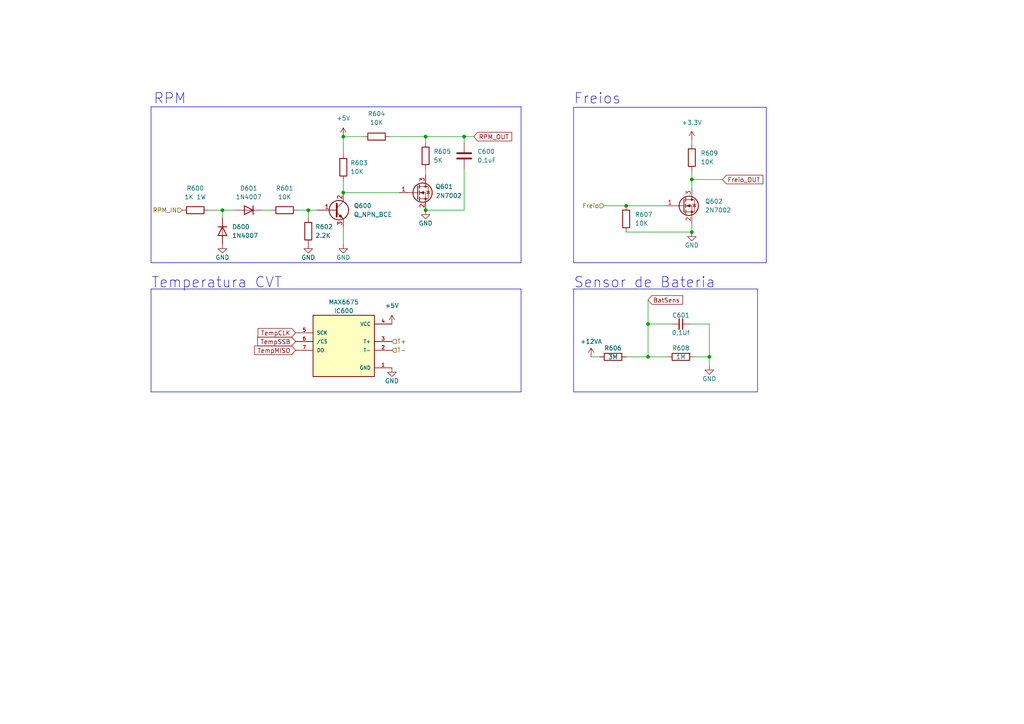
<source format=kicad_sch>
(kicad_sch (version 20230121) (generator eeschema)

  (uuid 13e533c1-5dc3-4171-958c-0b32ebb7dc7f)

  (paper "A4")

  (lib_symbols
    (symbol "Device:C" (pin_numbers hide) (pin_names (offset 0.254)) (in_bom yes) (on_board yes)
      (property "Reference" "C" (at 0.635 2.54 0)
        (effects (font (size 1.27 1.27)) (justify left))
      )
      (property "Value" "C" (at 0.635 -2.54 0)
        (effects (font (size 1.27 1.27)) (justify left))
      )
      (property "Footprint" "" (at 0.9652 -3.81 0)
        (effects (font (size 1.27 1.27)) hide)
      )
      (property "Datasheet" "~" (at 0 0 0)
        (effects (font (size 1.27 1.27)) hide)
      )
      (property "ki_keywords" "cap capacitor" (at 0 0 0)
        (effects (font (size 1.27 1.27)) hide)
      )
      (property "ki_description" "Unpolarized capacitor" (at 0 0 0)
        (effects (font (size 1.27 1.27)) hide)
      )
      (property "ki_fp_filters" "C_*" (at 0 0 0)
        (effects (font (size 1.27 1.27)) hide)
      )
      (symbol "C_0_1"
        (polyline
          (pts
            (xy -2.032 -0.762)
            (xy 2.032 -0.762)
          )
          (stroke (width 0.508) (type default))
          (fill (type none))
        )
        (polyline
          (pts
            (xy -2.032 0.762)
            (xy 2.032 0.762)
          )
          (stroke (width 0.508) (type default))
          (fill (type none))
        )
      )
      (symbol "C_1_1"
        (pin passive line (at 0 3.81 270) (length 2.794)
          (name "~" (effects (font (size 1.27 1.27))))
          (number "1" (effects (font (size 1.27 1.27))))
        )
        (pin passive line (at 0 -3.81 90) (length 2.794)
          (name "~" (effects (font (size 1.27 1.27))))
          (number "2" (effects (font (size 1.27 1.27))))
        )
      )
    )
    (symbol "Device:C_Small" (pin_numbers hide) (pin_names (offset 0.254) hide) (in_bom yes) (on_board yes)
      (property "Reference" "C" (at 0.254 1.778 0)
        (effects (font (size 1.27 1.27)) (justify left))
      )
      (property "Value" "C_Small" (at 0.254 -2.032 0)
        (effects (font (size 1.27 1.27)) (justify left))
      )
      (property "Footprint" "" (at 0 0 0)
        (effects (font (size 1.27 1.27)) hide)
      )
      (property "Datasheet" "~" (at 0 0 0)
        (effects (font (size 1.27 1.27)) hide)
      )
      (property "ki_keywords" "capacitor cap" (at 0 0 0)
        (effects (font (size 1.27 1.27)) hide)
      )
      (property "ki_description" "Unpolarized capacitor, small symbol" (at 0 0 0)
        (effects (font (size 1.27 1.27)) hide)
      )
      (property "ki_fp_filters" "C_*" (at 0 0 0)
        (effects (font (size 1.27 1.27)) hide)
      )
      (symbol "C_Small_0_1"
        (polyline
          (pts
            (xy -1.524 -0.508)
            (xy 1.524 -0.508)
          )
          (stroke (width 0.3302) (type default))
          (fill (type none))
        )
        (polyline
          (pts
            (xy -1.524 0.508)
            (xy 1.524 0.508)
          )
          (stroke (width 0.3048) (type default))
          (fill (type none))
        )
      )
      (symbol "C_Small_1_1"
        (pin passive line (at 0 2.54 270) (length 2.032)
          (name "~" (effects (font (size 1.27 1.27))))
          (number "1" (effects (font (size 1.27 1.27))))
        )
        (pin passive line (at 0 -2.54 90) (length 2.032)
          (name "~" (effects (font (size 1.27 1.27))))
          (number "2" (effects (font (size 1.27 1.27))))
        )
      )
    )
    (symbol "Device:Q_NPN_BCE" (pin_names (offset 0) hide) (in_bom yes) (on_board yes)
      (property "Reference" "Q" (at 5.08 1.27 0)
        (effects (font (size 1.27 1.27)) (justify left))
      )
      (property "Value" "Q_NPN_BCE" (at 5.08 -1.27 0)
        (effects (font (size 1.27 1.27)) (justify left))
      )
      (property "Footprint" "" (at 5.08 2.54 0)
        (effects (font (size 1.27 1.27)) hide)
      )
      (property "Datasheet" "~" (at 0 0 0)
        (effects (font (size 1.27 1.27)) hide)
      )
      (property "ki_keywords" "transistor NPN" (at 0 0 0)
        (effects (font (size 1.27 1.27)) hide)
      )
      (property "ki_description" "NPN transistor, base/collector/emitter" (at 0 0 0)
        (effects (font (size 1.27 1.27)) hide)
      )
      (symbol "Q_NPN_BCE_0_1"
        (polyline
          (pts
            (xy 0.635 0.635)
            (xy 2.54 2.54)
          )
          (stroke (width 0) (type default))
          (fill (type none))
        )
        (polyline
          (pts
            (xy 0.635 -0.635)
            (xy 2.54 -2.54)
            (xy 2.54 -2.54)
          )
          (stroke (width 0) (type default))
          (fill (type none))
        )
        (polyline
          (pts
            (xy 0.635 1.905)
            (xy 0.635 -1.905)
            (xy 0.635 -1.905)
          )
          (stroke (width 0.508) (type default))
          (fill (type none))
        )
        (polyline
          (pts
            (xy 1.27 -1.778)
            (xy 1.778 -1.27)
            (xy 2.286 -2.286)
            (xy 1.27 -1.778)
            (xy 1.27 -1.778)
          )
          (stroke (width 0) (type default))
          (fill (type outline))
        )
        (circle (center 1.27 0) (radius 2.8194)
          (stroke (width 0.254) (type default))
          (fill (type none))
        )
      )
      (symbol "Q_NPN_BCE_1_1"
        (pin input line (at -5.08 0 0) (length 5.715)
          (name "B" (effects (font (size 1.27 1.27))))
          (number "1" (effects (font (size 1.27 1.27))))
        )
        (pin passive line (at 2.54 5.08 270) (length 2.54)
          (name "C" (effects (font (size 1.27 1.27))))
          (number "2" (effects (font (size 1.27 1.27))))
        )
        (pin passive line (at 2.54 -5.08 90) (length 2.54)
          (name "E" (effects (font (size 1.27 1.27))))
          (number "3" (effects (font (size 1.27 1.27))))
        )
      )
    )
    (symbol "Device:R" (pin_numbers hide) (pin_names (offset 0)) (in_bom yes) (on_board yes)
      (property "Reference" "R" (at 2.032 0 90)
        (effects (font (size 1.27 1.27)))
      )
      (property "Value" "R" (at 0 0 90)
        (effects (font (size 1.27 1.27)))
      )
      (property "Footprint" "" (at -1.778 0 90)
        (effects (font (size 1.27 1.27)) hide)
      )
      (property "Datasheet" "~" (at 0 0 0)
        (effects (font (size 1.27 1.27)) hide)
      )
      (property "ki_keywords" "R res resistor" (at 0 0 0)
        (effects (font (size 1.27 1.27)) hide)
      )
      (property "ki_description" "Resistor" (at 0 0 0)
        (effects (font (size 1.27 1.27)) hide)
      )
      (property "ki_fp_filters" "R_*" (at 0 0 0)
        (effects (font (size 1.27 1.27)) hide)
      )
      (symbol "R_0_1"
        (rectangle (start -1.016 -2.54) (end 1.016 2.54)
          (stroke (width 0.254) (type default))
          (fill (type none))
        )
      )
      (symbol "R_1_1"
        (pin passive line (at 0 3.81 270) (length 1.27)
          (name "~" (effects (font (size 1.27 1.27))))
          (number "1" (effects (font (size 1.27 1.27))))
        )
        (pin passive line (at 0 -3.81 90) (length 1.27)
          (name "~" (effects (font (size 1.27 1.27))))
          (number "2" (effects (font (size 1.27 1.27))))
        )
      )
    )
    (symbol "Diode:1N4007" (pin_numbers hide) (pin_names (offset 1.016) hide) (in_bom yes) (on_board yes)
      (property "Reference" "D" (at 0 2.54 0)
        (effects (font (size 1.27 1.27)))
      )
      (property "Value" "1N4007" (at 0 -2.54 0)
        (effects (font (size 1.27 1.27)))
      )
      (property "Footprint" "Diode_THT:D_DO-41_SOD81_P10.16mm_Horizontal" (at 0 -4.445 0)
        (effects (font (size 1.27 1.27)) hide)
      )
      (property "Datasheet" "http://www.vishay.com/docs/88503/1n4001.pdf" (at 0 0 0)
        (effects (font (size 1.27 1.27)) hide)
      )
      (property "ki_keywords" "diode" (at 0 0 0)
        (effects (font (size 1.27 1.27)) hide)
      )
      (property "ki_description" "1000V 1A General Purpose Rectifier Diode, DO-41" (at 0 0 0)
        (effects (font (size 1.27 1.27)) hide)
      )
      (property "ki_fp_filters" "D*DO?41*" (at 0 0 0)
        (effects (font (size 1.27 1.27)) hide)
      )
      (symbol "1N4007_0_1"
        (polyline
          (pts
            (xy -1.27 1.27)
            (xy -1.27 -1.27)
          )
          (stroke (width 0.254) (type default))
          (fill (type none))
        )
        (polyline
          (pts
            (xy 1.27 0)
            (xy -1.27 0)
          )
          (stroke (width 0) (type default))
          (fill (type none))
        )
        (polyline
          (pts
            (xy 1.27 1.27)
            (xy 1.27 -1.27)
            (xy -1.27 0)
            (xy 1.27 1.27)
          )
          (stroke (width 0.254) (type default))
          (fill (type none))
        )
      )
      (symbol "1N4007_1_1"
        (pin passive line (at -3.81 0 0) (length 2.54)
          (name "K" (effects (font (size 1.27 1.27))))
          (number "1" (effects (font (size 1.27 1.27))))
        )
        (pin passive line (at 3.81 0 180) (length 2.54)
          (name "A" (effects (font (size 1.27 1.27))))
          (number "2" (effects (font (size 1.27 1.27))))
        )
      )
    )
    (symbol "MAX6675:MAX6675" (pin_names (offset 1.016)) (in_bom yes) (on_board yes)
      (property "Reference" "IC" (at 10.16 7.62 0)
        (effects (font (size 1.27 1.27)) (justify left bottom))
      )
      (property "Value" "MAX6675" (at -7.62 -15.24 0)
        (effects (font (size 1.27 1.27)) (justify left bottom))
      )
      (property "Footprint" "SnapEDA Library:SO08" (at 0 0 0)
        (effects (font (size 1.27 1.27)) (justify left bottom) hide)
      )
      (property "Datasheet" "" (at 0 0 0)
        (effects (font (size 1.27 1.27)) (justify left bottom) hide)
      )
      (property "ki_locked" "" (at 0 0 0)
        (effects (font (size 1.27 1.27)))
      )
      (symbol "MAX6675_0_0"
        (rectangle (start -7.62 -12.7) (end 10.16 5.08)
          (stroke (width 0.254) (type solid))
          (fill (type background))
        )
        (pin power_in line (at -12.7 2.54 0) (length 5.08)
          (name "GND" (effects (font (size 1.016 1.016))))
          (number "1" (effects (font (size 1.016 1.016))))
        )
        (pin input line (at -12.7 -2.54 0) (length 5.08)
          (name "T-" (effects (font (size 1.016 1.016))))
          (number "2" (effects (font (size 1.016 1.016))))
        )
        (pin input line (at -12.7 -5.08 0) (length 5.08)
          (name "T+" (effects (font (size 1.016 1.016))))
          (number "3" (effects (font (size 1.016 1.016))))
        )
        (pin power_in line (at -12.7 -10.16 0) (length 5.08)
          (name "VCC" (effects (font (size 1.016 1.016))))
          (number "4" (effects (font (size 1.016 1.016))))
        )
        (pin input line (at 15.24 -7.62 180) (length 5.08)
          (name "SCK" (effects (font (size 1.016 1.016))))
          (number "5" (effects (font (size 1.016 1.016))))
        )
        (pin input line (at 15.24 -5.08 180) (length 5.08)
          (name "/CS" (effects (font (size 1.016 1.016))))
          (number "6" (effects (font (size 1.016 1.016))))
        )
        (pin output line (at 15.24 -2.54 180) (length 5.08)
          (name "DO" (effects (font (size 1.016 1.016))))
          (number "7" (effects (font (size 1.016 1.016))))
        )
      )
    )
    (symbol "Transistor_FET:2N7002" (pin_names hide) (in_bom yes) (on_board yes)
      (property "Reference" "Q" (at 5.08 1.905 0)
        (effects (font (size 1.27 1.27)) (justify left))
      )
      (property "Value" "2N7002" (at 5.08 0 0)
        (effects (font (size 1.27 1.27)) (justify left))
      )
      (property "Footprint" "Package_TO_SOT_SMD:SOT-23" (at 5.08 -1.905 0)
        (effects (font (size 1.27 1.27) italic) (justify left) hide)
      )
      (property "Datasheet" "https://www.onsemi.com/pub/Collateral/NDS7002A-D.PDF" (at 0 0 0)
        (effects (font (size 1.27 1.27)) (justify left) hide)
      )
      (property "ki_keywords" "N-Channel Switching MOSFET" (at 0 0 0)
        (effects (font (size 1.27 1.27)) hide)
      )
      (property "ki_description" "0.115A Id, 60V Vds, N-Channel MOSFET, SOT-23" (at 0 0 0)
        (effects (font (size 1.27 1.27)) hide)
      )
      (property "ki_fp_filters" "SOT?23*" (at 0 0 0)
        (effects (font (size 1.27 1.27)) hide)
      )
      (symbol "2N7002_0_1"
        (polyline
          (pts
            (xy 0.254 0)
            (xy -2.54 0)
          )
          (stroke (width 0) (type default))
          (fill (type none))
        )
        (polyline
          (pts
            (xy 0.254 1.905)
            (xy 0.254 -1.905)
          )
          (stroke (width 0.254) (type default))
          (fill (type none))
        )
        (polyline
          (pts
            (xy 0.762 -1.27)
            (xy 0.762 -2.286)
          )
          (stroke (width 0.254) (type default))
          (fill (type none))
        )
        (polyline
          (pts
            (xy 0.762 0.508)
            (xy 0.762 -0.508)
          )
          (stroke (width 0.254) (type default))
          (fill (type none))
        )
        (polyline
          (pts
            (xy 0.762 2.286)
            (xy 0.762 1.27)
          )
          (stroke (width 0.254) (type default))
          (fill (type none))
        )
        (polyline
          (pts
            (xy 2.54 2.54)
            (xy 2.54 1.778)
          )
          (stroke (width 0) (type default))
          (fill (type none))
        )
        (polyline
          (pts
            (xy 2.54 -2.54)
            (xy 2.54 0)
            (xy 0.762 0)
          )
          (stroke (width 0) (type default))
          (fill (type none))
        )
        (polyline
          (pts
            (xy 0.762 -1.778)
            (xy 3.302 -1.778)
            (xy 3.302 1.778)
            (xy 0.762 1.778)
          )
          (stroke (width 0) (type default))
          (fill (type none))
        )
        (polyline
          (pts
            (xy 1.016 0)
            (xy 2.032 0.381)
            (xy 2.032 -0.381)
            (xy 1.016 0)
          )
          (stroke (width 0) (type default))
          (fill (type outline))
        )
        (polyline
          (pts
            (xy 2.794 0.508)
            (xy 2.921 0.381)
            (xy 3.683 0.381)
            (xy 3.81 0.254)
          )
          (stroke (width 0) (type default))
          (fill (type none))
        )
        (polyline
          (pts
            (xy 3.302 0.381)
            (xy 2.921 -0.254)
            (xy 3.683 -0.254)
            (xy 3.302 0.381)
          )
          (stroke (width 0) (type default))
          (fill (type none))
        )
        (circle (center 1.651 0) (radius 2.794)
          (stroke (width 0.254) (type default))
          (fill (type none))
        )
        (circle (center 2.54 -1.778) (radius 0.254)
          (stroke (width 0) (type default))
          (fill (type outline))
        )
        (circle (center 2.54 1.778) (radius 0.254)
          (stroke (width 0) (type default))
          (fill (type outline))
        )
      )
      (symbol "2N7002_1_1"
        (pin input line (at -5.08 0 0) (length 2.54)
          (name "G" (effects (font (size 1.27 1.27))))
          (number "1" (effects (font (size 1.27 1.27))))
        )
        (pin passive line (at 2.54 -5.08 90) (length 2.54)
          (name "S" (effects (font (size 1.27 1.27))))
          (number "2" (effects (font (size 1.27 1.27))))
        )
        (pin passive line (at 2.54 5.08 270) (length 2.54)
          (name "D" (effects (font (size 1.27 1.27))))
          (number "3" (effects (font (size 1.27 1.27))))
        )
      )
    )
    (symbol "power:+12VA" (power) (pin_names (offset 0)) (in_bom yes) (on_board yes)
      (property "Reference" "#PWR" (at 0 -3.81 0)
        (effects (font (size 1.27 1.27)) hide)
      )
      (property "Value" "+12VA" (at 0 3.556 0)
        (effects (font (size 1.27 1.27)))
      )
      (property "Footprint" "" (at 0 0 0)
        (effects (font (size 1.27 1.27)) hide)
      )
      (property "Datasheet" "" (at 0 0 0)
        (effects (font (size 1.27 1.27)) hide)
      )
      (property "ki_keywords" "global power" (at 0 0 0)
        (effects (font (size 1.27 1.27)) hide)
      )
      (property "ki_description" "Power symbol creates a global label with name \"+12VA\"" (at 0 0 0)
        (effects (font (size 1.27 1.27)) hide)
      )
      (symbol "+12VA_0_1"
        (polyline
          (pts
            (xy -0.762 1.27)
            (xy 0 2.54)
          )
          (stroke (width 0) (type default))
          (fill (type none))
        )
        (polyline
          (pts
            (xy 0 0)
            (xy 0 2.54)
          )
          (stroke (width 0) (type default))
          (fill (type none))
        )
        (polyline
          (pts
            (xy 0 2.54)
            (xy 0.762 1.27)
          )
          (stroke (width 0) (type default))
          (fill (type none))
        )
      )
      (symbol "+12VA_1_1"
        (pin power_in line (at 0 0 90) (length 0) hide
          (name "+12VA" (effects (font (size 1.27 1.27))))
          (number "1" (effects (font (size 1.27 1.27))))
        )
      )
    )
    (symbol "power:+3.3V" (power) (pin_names (offset 0)) (in_bom yes) (on_board yes)
      (property "Reference" "#PWR" (at 0 -3.81 0)
        (effects (font (size 1.27 1.27)) hide)
      )
      (property "Value" "+3.3V" (at 0 3.556 0)
        (effects (font (size 1.27 1.27)))
      )
      (property "Footprint" "" (at 0 0 0)
        (effects (font (size 1.27 1.27)) hide)
      )
      (property "Datasheet" "" (at 0 0 0)
        (effects (font (size 1.27 1.27)) hide)
      )
      (property "ki_keywords" "power-flag" (at 0 0 0)
        (effects (font (size 1.27 1.27)) hide)
      )
      (property "ki_description" "Power symbol creates a global label with name \"+3.3V\"" (at 0 0 0)
        (effects (font (size 1.27 1.27)) hide)
      )
      (symbol "+3.3V_0_1"
        (polyline
          (pts
            (xy -0.762 1.27)
            (xy 0 2.54)
          )
          (stroke (width 0) (type default))
          (fill (type none))
        )
        (polyline
          (pts
            (xy 0 0)
            (xy 0 2.54)
          )
          (stroke (width 0) (type default))
          (fill (type none))
        )
        (polyline
          (pts
            (xy 0 2.54)
            (xy 0.762 1.27)
          )
          (stroke (width 0) (type default))
          (fill (type none))
        )
      )
      (symbol "+3.3V_1_1"
        (pin power_in line (at 0 0 90) (length 0) hide
          (name "+3.3V" (effects (font (size 1.27 1.27))))
          (number "1" (effects (font (size 1.27 1.27))))
        )
      )
    )
    (symbol "power:+5V" (power) (pin_names (offset 0)) (in_bom yes) (on_board yes)
      (property "Reference" "#PWR" (at 0 -3.81 0)
        (effects (font (size 1.27 1.27)) hide)
      )
      (property "Value" "+5V" (at 0 3.556 0)
        (effects (font (size 1.27 1.27)))
      )
      (property "Footprint" "" (at 0 0 0)
        (effects (font (size 1.27 1.27)) hide)
      )
      (property "Datasheet" "" (at 0 0 0)
        (effects (font (size 1.27 1.27)) hide)
      )
      (property "ki_keywords" "power-flag" (at 0 0 0)
        (effects (font (size 1.27 1.27)) hide)
      )
      (property "ki_description" "Power symbol creates a global label with name \"+5V\"" (at 0 0 0)
        (effects (font (size 1.27 1.27)) hide)
      )
      (symbol "+5V_0_1"
        (polyline
          (pts
            (xy -0.762 1.27)
            (xy 0 2.54)
          )
          (stroke (width 0) (type default))
          (fill (type none))
        )
        (polyline
          (pts
            (xy 0 0)
            (xy 0 2.54)
          )
          (stroke (width 0) (type default))
          (fill (type none))
        )
        (polyline
          (pts
            (xy 0 2.54)
            (xy 0.762 1.27)
          )
          (stroke (width 0) (type default))
          (fill (type none))
        )
      )
      (symbol "+5V_1_1"
        (pin power_in line (at 0 0 90) (length 0) hide
          (name "+5V" (effects (font (size 1.27 1.27))))
          (number "1" (effects (font (size 1.27 1.27))))
        )
      )
    )
    (symbol "power:GND" (power) (pin_names (offset 0)) (in_bom yes) (on_board yes)
      (property "Reference" "#PWR" (at 0 -6.35 0)
        (effects (font (size 1.27 1.27)) hide)
      )
      (property "Value" "GND" (at 0 -3.81 0)
        (effects (font (size 1.27 1.27)))
      )
      (property "Footprint" "" (at 0 0 0)
        (effects (font (size 1.27 1.27)) hide)
      )
      (property "Datasheet" "" (at 0 0 0)
        (effects (font (size 1.27 1.27)) hide)
      )
      (property "ki_keywords" "power-flag" (at 0 0 0)
        (effects (font (size 1.27 1.27)) hide)
      )
      (property "ki_description" "Power symbol creates a global label with name \"GND\" , ground" (at 0 0 0)
        (effects (font (size 1.27 1.27)) hide)
      )
      (symbol "GND_0_1"
        (polyline
          (pts
            (xy 0 0)
            (xy 0 -1.27)
            (xy 1.27 -1.27)
            (xy 0 -2.54)
            (xy -1.27 -1.27)
            (xy 0 -1.27)
          )
          (stroke (width 0) (type default))
          (fill (type none))
        )
      )
      (symbol "GND_1_1"
        (pin power_in line (at 0 0 270) (length 0) hide
          (name "GND" (effects (font (size 1.27 1.27))))
          (number "1" (effects (font (size 1.27 1.27))))
        )
      )
    )
  )

  (junction (at 187.96 93.98) (diameter 0) (color 0 0 0 0)
    (uuid 01355b84-a6a7-41b8-b2e4-867bee3174bb)
  )
  (junction (at 89.408 60.96) (diameter 0) (color 0 0 0 0)
    (uuid 023522fc-53b7-4f93-be06-e8ad57f72441)
  )
  (junction (at 123.444 60.96) (diameter 0) (color 0 0 0 0)
    (uuid 055daf18-522c-47cd-8a87-7f230bb77853)
  )
  (junction (at 181.61 59.69) (diameter 0) (color 0 0 0 0)
    (uuid 084e8711-826e-4e3c-9774-ad043bf74117)
  )
  (junction (at 123.444 39.624) (diameter 0) (color 0 0 0 0)
    (uuid 148175a3-6cba-467b-bad5-978e3e2abe72)
  )
  (junction (at 205.74 103.505) (diameter 0) (color 0 0 0 0)
    (uuid 32899cc5-5e7c-41d2-88b1-02a75c5752d2)
  )
  (junction (at 99.568 55.88) (diameter 0) (color 0 0 0 0)
    (uuid 827e88db-ac7a-4382-9b71-f699ba232944)
  )
  (junction (at 200.66 67.31) (diameter 0) (color 0 0 0 0)
    (uuid 96bd53d6-d71c-4a48-a1a0-536253af218c)
  )
  (junction (at 64.516 60.96) (diameter 0) (color 0 0 0 0)
    (uuid 9d30239d-a504-4ac7-8644-9057003e8244)
  )
  (junction (at 200.66 52.07) (diameter 0) (color 0 0 0 0)
    (uuid a6d88304-f17e-4e0a-a604-4b117b4d79ad)
  )
  (junction (at 99.568 39.624) (diameter 0) (color 0 0 0 0)
    (uuid d5f5dbaa-fcfd-4ade-8ceb-ce440573172f)
  )
  (junction (at 134.62 39.624) (diameter 0) (color 0 0 0 0)
    (uuid fc0f5f31-aaf3-4ba1-b053-5715931f4e01)
  )
  (junction (at 187.96 103.505) (diameter 0) (color 0 0 0 0)
    (uuid fcd101fe-9bce-4a87-acae-54e28f2c22ba)
  )

  (polyline (pts (xy 43.815 113.665) (xy 43.815 83.82))
    (stroke (width 0) (type default))
    (uuid 02d411af-e40c-4a36-91d1-b660e139da69)
  )

  (wire (pts (xy 171.45 103.505) (xy 173.99 103.505))
    (stroke (width 0) (type default))
    (uuid 03e9f583-7c0d-4de7-adcb-69d51b9aec58)
  )
  (polyline (pts (xy 222.25 31.115) (xy 222.25 76.2))
    (stroke (width 0) (type default))
    (uuid 0b10deb3-f894-4cf8-b03b-cfc9bbbb252b)
  )
  (polyline (pts (xy 151.13 113.665) (xy 43.815 113.665))
    (stroke (width 0) (type default))
    (uuid 103f2968-6877-4bb4-a4f2-46db1a3d6b90)
  )

  (wire (pts (xy 105.41 39.624) (xy 99.568 39.624))
    (stroke (width 0) (type default))
    (uuid 141a03e1-3e1a-46a9-9c4d-0c4baa4095e5)
  )
  (wire (pts (xy 64.516 63.246) (xy 64.516 60.96))
    (stroke (width 0) (type default))
    (uuid 14af54ca-c12f-40de-829f-a5b14a0c1898)
  )
  (polyline (pts (xy 43.815 76.2) (xy 151.13 76.2))
    (stroke (width 0) (type default))
    (uuid 1ee10da1-2771-4e25-abc9-3209e0058b6a)
  )

  (wire (pts (xy 201.295 103.505) (xy 205.74 103.505))
    (stroke (width 0) (type default))
    (uuid 283fddc7-3b7d-4110-a0cb-aaef02f8813a)
  )
  (wire (pts (xy 200.66 52.07) (xy 209.55 52.07))
    (stroke (width 0) (type default))
    (uuid 353b924c-ab6e-4d3f-8a8d-92d392c644c7)
  )
  (wire (pts (xy 134.62 39.624) (xy 137.414 39.624))
    (stroke (width 0) (type default))
    (uuid 3911f429-c14b-4cdc-9055-0f8d03e79d1a)
  )
  (wire (pts (xy 181.61 103.505) (xy 187.96 103.505))
    (stroke (width 0) (type default))
    (uuid 4095a42f-2893-46e3-8bde-af4ecbd4e64d)
  )
  (wire (pts (xy 64.516 60.96) (xy 68.326 60.96))
    (stroke (width 0) (type default))
    (uuid 463144eb-dd3f-4340-8d45-a959336b3991)
  )
  (polyline (pts (xy 166.37 31.115) (xy 222.25 31.115))
    (stroke (width 0) (type default))
    (uuid 4682ccf4-6527-4add-ad9d-41f7060feef5)
  )
  (polyline (pts (xy 166.37 83.82) (xy 219.71 83.82))
    (stroke (width 0) (type default))
    (uuid 4b53a431-7a9a-4c12-9886-a0cde5c5db61)
  )

  (wire (pts (xy 187.96 103.505) (xy 193.675 103.505))
    (stroke (width 0) (type default))
    (uuid 4c77f82b-6a82-4edd-9557-b77884f6e244)
  )
  (wire (pts (xy 200.025 93.98) (xy 205.74 93.98))
    (stroke (width 0) (type default))
    (uuid 5222d952-4077-4815-a3ca-d95689ca8efb)
  )
  (wire (pts (xy 200.66 40.64) (xy 200.66 41.91))
    (stroke (width 0) (type default))
    (uuid 55702a2d-d82e-4d90-9337-1d416fd722e6)
  )
  (wire (pts (xy 175.26 59.69) (xy 181.61 59.69))
    (stroke (width 0) (type default))
    (uuid 560d876b-267b-4616-982c-1942273c664a)
  )
  (polyline (pts (xy 151.13 83.82) (xy 151.13 113.665))
    (stroke (width 0) (type default))
    (uuid 5783fcf1-a24b-4fac-94c5-401196697f15)
  )
  (polyline (pts (xy 166.37 76.2) (xy 222.25 76.2))
    (stroke (width 0) (type default))
    (uuid 5d3020eb-44df-4cd1-b442-0877e4141b2b)
  )

  (wire (pts (xy 187.96 93.98) (xy 194.945 93.98))
    (stroke (width 0) (type default))
    (uuid 6859389f-5fbe-4693-bfed-d8ac943a3053)
  )
  (wire (pts (xy 123.444 60.96) (xy 134.62 60.96))
    (stroke (width 0) (type default))
    (uuid 7260d918-457b-4f55-98cb-82ca96bab7ca)
  )
  (polyline (pts (xy 43.815 83.82) (xy 151.13 83.82))
    (stroke (width 0) (type default))
    (uuid 7690d971-9538-4dcc-9b98-398f3e63e75a)
  )
  (polyline (pts (xy 151.13 30.988) (xy 151.13 76.2))
    (stroke (width 0) (type default))
    (uuid 820ed519-8e75-4fc7-a053-ef45219b3cd7)
  )

  (wire (pts (xy 181.61 67.31) (xy 200.66 67.31))
    (stroke (width 0) (type default))
    (uuid 84d24918-49ae-47ac-84e2-84f24786e1e3)
  )
  (wire (pts (xy 200.66 49.53) (xy 200.66 52.07))
    (stroke (width 0) (type default))
    (uuid 868d5b22-8a3c-4175-855e-a0b3acedb826)
  )
  (polyline (pts (xy 166.37 83.82) (xy 166.37 113.665))
    (stroke (width 0) (type default))
    (uuid 892c0146-6555-4e30-a895-69f5aab84544)
  )

  (wire (pts (xy 123.444 39.624) (xy 134.62 39.624))
    (stroke (width 0) (type default))
    (uuid 8eb85df3-d5ea-4f36-bbe3-243c94e90445)
  )
  (wire (pts (xy 181.61 59.69) (xy 193.04 59.69))
    (stroke (width 0) (type default))
    (uuid 8f14f747-66af-4457-8d25-9a48909e1d14)
  )
  (wire (pts (xy 134.62 39.624) (xy 134.62 41.402))
    (stroke (width 0) (type default))
    (uuid 90546f56-707b-4404-8edd-35d1bbfb6131)
  )
  (wire (pts (xy 99.568 55.88) (xy 115.824 55.88))
    (stroke (width 0) (type default))
    (uuid 973e6d3f-65d4-499a-9621-953bda5c5895)
  )
  (wire (pts (xy 99.568 52.324) (xy 99.568 55.88))
    (stroke (width 0) (type default))
    (uuid 978cec70-87c2-4ab7-bad6-ac5e3d5bb1a0)
  )
  (wire (pts (xy 200.66 52.07) (xy 200.66 54.61))
    (stroke (width 0) (type default))
    (uuid 991d3438-591f-47dc-b46e-8dac2c442c9c)
  )
  (wire (pts (xy 205.74 103.505) (xy 205.74 106.045))
    (stroke (width 0) (type default))
    (uuid 99e5d163-ee4d-4768-952b-5f9f49e3349c)
  )
  (wire (pts (xy 205.74 93.98) (xy 205.74 103.505))
    (stroke (width 0) (type default))
    (uuid 9be2f9bb-a344-481b-a1ce-51558aa5a4f0)
  )
  (polyline (pts (xy 43.815 30.988) (xy 151.13 30.988))
    (stroke (width 0) (type default))
    (uuid 9e705e4e-4279-4e15-9945-0aa66830adee)
  )

  (wire (pts (xy 60.452 60.96) (xy 64.516 60.96))
    (stroke (width 0) (type default))
    (uuid a7ddadaa-7a3e-48cb-b482-44f38c3fcdce)
  )
  (wire (pts (xy 200.66 67.31) (xy 200.66 64.77))
    (stroke (width 0) (type default))
    (uuid b2929184-d7b7-4106-b17d-33f8e7da4675)
  )
  (polyline (pts (xy 166.37 76.2) (xy 166.37 31.115))
    (stroke (width 0) (type default))
    (uuid bb7157a3-50db-4867-98b9-cb901276780d)
  )
  (polyline (pts (xy 219.71 83.82) (xy 219.71 113.665))
    (stroke (width 0) (type default))
    (uuid c898d217-e7de-4349-a1f0-d0a0967a03ba)
  )

  (wire (pts (xy 123.444 49.022) (xy 123.444 50.8))
    (stroke (width 0) (type default))
    (uuid c9025e5f-5b70-49dc-980f-e3b88321e91b)
  )
  (wire (pts (xy 134.62 49.022) (xy 134.62 60.96))
    (stroke (width 0) (type default))
    (uuid d3ad1ab4-42ba-46b2-9b01-1fdbda02bfdb)
  )
  (wire (pts (xy 123.444 39.624) (xy 113.03 39.624))
    (stroke (width 0) (type default))
    (uuid d3e29a9a-0067-420a-ad0d-a09e2752105d)
  )
  (wire (pts (xy 89.408 60.96) (xy 91.948 60.96))
    (stroke (width 0) (type default))
    (uuid d70fb238-438f-4272-8e3e-2721374ad41b)
  )
  (polyline (pts (xy 166.37 113.665) (xy 219.71 113.665))
    (stroke (width 0) (type default))
    (uuid da1c44cd-753a-4add-9857-83a2c93c5ea2)
  )

  (wire (pts (xy 99.568 66.04) (xy 99.568 70.866))
    (stroke (width 0) (type default))
    (uuid db0ab2ab-bfca-4158-a2ac-4bea8346baba)
  )
  (wire (pts (xy 187.96 103.505) (xy 187.96 93.98))
    (stroke (width 0) (type default))
    (uuid dfa79508-ba8b-4dd7-9bc8-8597ed95fd44)
  )
  (wire (pts (xy 86.36 60.96) (xy 89.408 60.96))
    (stroke (width 0) (type default))
    (uuid e0ca40ac-f27b-4df9-bc09-88150f262f14)
  )
  (wire (pts (xy 123.444 41.402) (xy 123.444 39.624))
    (stroke (width 0) (type default))
    (uuid e3442f6b-9497-492a-a77f-699e2b65486f)
  )
  (wire (pts (xy 89.408 60.96) (xy 89.408 63.246))
    (stroke (width 0) (type default))
    (uuid e5611250-4a05-4820-82cd-6e23c4744f61)
  )
  (wire (pts (xy 99.568 39.624) (xy 99.568 44.704))
    (stroke (width 0) (type default))
    (uuid e852beca-0ec6-41a0-9748-3e636c4aaa9c)
  )
  (wire (pts (xy 75.946 60.96) (xy 78.74 60.96))
    (stroke (width 0) (type default))
    (uuid f22601d6-5401-40b1-93f7-c2ea612aa8f5)
  )
  (polyline (pts (xy 43.815 76.2) (xy 43.815 30.988))
    (stroke (width 0) (type default))
    (uuid fe7a5b5d-8de5-41a7-86c8-f01a286754f5)
  )

  (wire (pts (xy 187.96 86.995) (xy 187.96 93.98))
    (stroke (width 0) (type default))
    (uuid ffd09c19-3dfe-403b-8eca-e2b9cb4ab097)
  )

  (text "RPM\n" (at 44.45 30.48 0)
    (effects (font (size 3 3)) (justify left bottom))
    (uuid 25dfb8a0-e95f-4f12-9ed1-54681b5316e4)
  )
  (text "Sensor de Bateria" (at 166.37 83.82 0)
    (effects (font (size 3 3)) (justify left bottom))
    (uuid 46085714-dd40-4d52-bebf-4ce3ffec5497)
  )
  (text "Temperatura CVT\n" (at 43.815 83.82 0)
    (effects (font (size 3 3)) (justify left bottom))
    (uuid 599149c9-c4ae-4845-8e4f-c92ff9be6148)
  )
  (text "Freios" (at 166.37 30.48 0)
    (effects (font (size 3 3)) (justify left bottom))
    (uuid 7e2262b8-8d0e-4bb1-8957-8e1ed1a78426)
  )

  (global_label "RPM_OUT" (shape input) (at 137.414 39.624 0) (fields_autoplaced)
    (effects (font (size 1.27 1.27)) (justify left))
    (uuid 2f34b098-1b3a-408c-960b-08cc0b1e6d1a)
    (property "Intersheetrefs" "${INTERSHEET_REFS}" (at 148.3258 39.5446 0)
      (effects (font (size 1.27 1.27)) (justify left) hide)
    )
  )
  (global_label "TempCLK" (shape input) (at 85.725 96.52 180) (fields_autoplaced)
    (effects (font (size 1.27 1.27)) (justify right))
    (uuid 510bd366-f5b6-4680-9a8b-c5194331d955)
    (property "Intersheetrefs" "${INTERSHEET_REFS}" (at 74.9274 96.52 0)
      (effects (font (size 1.27 1.27)) (justify right) hide)
    )
  )
  (global_label "TempSSB" (shape input) (at 85.725 99.06 180) (fields_autoplaced)
    (effects (font (size 1.27 1.27)) (justify right))
    (uuid a8256dc4-ae89-4f5f-b784-e91a233576c4)
    (property "Intersheetrefs" "${INTERSHEET_REFS}" (at 74.8065 99.06 0)
      (effects (font (size 1.27 1.27)) (justify right) hide)
    )
  )
  (global_label "BatSens" (shape input) (at 187.96 86.995 0) (fields_autoplaced)
    (effects (font (size 1.27 1.27)) (justify left))
    (uuid c9500a17-668f-4ea6-a549-1f5fba9a3921)
    (property "Intersheetrefs" "${INTERSHEET_REFS}" (at 197.9109 86.995 0)
      (effects (font (size 1.27 1.27)) (justify left) hide)
    )
  )
  (global_label "TempMISO" (shape input) (at 85.725 101.6 180) (fields_autoplaced)
    (effects (font (size 1.27 1.27)) (justify right))
    (uuid d4f957e0-602a-42b6-af8a-81f8cb24fe64)
    (property "Intersheetrefs" "${INTERSHEET_REFS}" (at 73.8993 101.6 0)
      (effects (font (size 1.27 1.27)) (justify right) hide)
    )
  )
  (global_label "Freio_OUT" (shape input) (at 209.55 52.07 0) (fields_autoplaced)
    (effects (font (size 1.27 1.27)) (justify left))
    (uuid dde08410-1ccf-4bdf-9f96-d38d44de46a1)
    (property "Intersheetrefs" "${INTERSHEET_REFS}" (at 221.1875 51.9906 0)
      (effects (font (size 1.27 1.27)) (justify left) hide)
    )
  )

  (hierarchical_label "T-" (shape input) (at 113.665 101.6 0) (fields_autoplaced)
    (effects (font (size 1.27 1.27)) (justify left))
    (uuid 366df27a-a0f1-40ea-9c98-c140eaeaa280)
  )
  (hierarchical_label "T+" (shape input) (at 113.665 99.06 0) (fields_autoplaced)
    (effects (font (size 1.27 1.27)) (justify left))
    (uuid 6704cbb3-14be-4322-9580-8f79d79e033d)
  )
  (hierarchical_label "RPM_IN" (shape input) (at 52.832 60.96 180) (fields_autoplaced)
    (effects (font (size 1.27 1.27)) (justify right))
    (uuid 815d091c-06cb-456c-8dd9-5a36e38d4e3f)
  )
  (hierarchical_label "Freio" (shape input) (at 175.26 59.69 180) (fields_autoplaced)
    (effects (font (size 1.27 1.27)) (justify right))
    (uuid e653047e-d9af-48d1-876d-01e7a1ad3161)
  )

  (symbol (lib_id "Device:R") (at 200.66 45.72 0) (unit 1)
    (in_bom yes) (on_board yes) (dnp no) (fields_autoplaced)
    (uuid 04076d6d-f866-4a83-b9f7-92ccb21710b1)
    (property "Reference" "R609" (at 203.2 44.4499 0)
      (effects (font (size 1.27 1.27)) (justify left))
    )
    (property "Value" "10K" (at 203.2 46.9899 0)
      (effects (font (size 1.27 1.27)) (justify left))
    )
    (property "Footprint" "Resistor_SMD:R_0603_1608Metric" (at 198.882 45.72 90)
      (effects (font (size 1.27 1.27)) hide)
    )
    (property "Datasheet" "~" (at 200.66 45.72 0)
      (effects (font (size 1.27 1.27)) hide)
    )
    (pin "1" (uuid 8617b4bc-8478-495f-923a-8741116c7303))
    (pin "2" (uuid bd0a8ab0-941f-43c7-91cf-3158754f54cc))
    (instances
      (project "BluePhil"
        (path "/07171637-6e41-4e80-a107-1fcca1fd6ec6/98261d65-3151-483f-a845-7ef5822f8db7"
          (reference "R609") (unit 1)
        )
      )
    )
  )

  (symbol (lib_id "Device:C") (at 134.62 45.212 0) (unit 1)
    (in_bom yes) (on_board yes) (dnp no) (fields_autoplaced)
    (uuid 04460089-b7da-49ff-bcb3-2e15b05b7c25)
    (property "Reference" "C600" (at 138.43 43.9419 0)
      (effects (font (size 1.27 1.27)) (justify left))
    )
    (property "Value" "0,1uF" (at 138.43 46.4819 0)
      (effects (font (size 1.27 1.27)) (justify left))
    )
    (property "Footprint" "Capacitor_SMD:C_0603_1608Metric" (at 135.5852 49.022 0)
      (effects (font (size 1.27 1.27)) hide)
    )
    (property "Datasheet" "~" (at 134.62 45.212 0)
      (effects (font (size 1.27 1.27)) hide)
    )
    (pin "1" (uuid a954f5b2-9afe-40a1-be75-643f09457569))
    (pin "2" (uuid add94a83-c5d9-4af8-9a6e-0327d9c8dbef))
    (instances
      (project "BluePhil"
        (path "/07171637-6e41-4e80-a107-1fcca1fd6ec6/98261d65-3151-483f-a845-7ef5822f8db7"
          (reference "C600") (unit 1)
        )
      )
    )
  )

  (symbol (lib_id "power:GND") (at 200.66 67.31 0) (unit 1)
    (in_bom yes) (on_board yes) (dnp no)
    (uuid 2e5fce9d-c4fe-4e21-ade4-b58b7b6b26f1)
    (property "Reference" "#PWR0609" (at 200.66 73.66 0)
      (effects (font (size 1.27 1.27)) hide)
    )
    (property "Value" "GND" (at 200.66 71.12 0)
      (effects (font (size 1.27 1.27)))
    )
    (property "Footprint" "" (at 200.66 67.31 0)
      (effects (font (size 1.27 1.27)) hide)
    )
    (property "Datasheet" "" (at 200.66 67.31 0)
      (effects (font (size 1.27 1.27)) hide)
    )
    (pin "1" (uuid 1bc7abbf-1135-481f-a3e8-5ee9582b00d9))
    (instances
      (project "BluePhil"
        (path "/07171637-6e41-4e80-a107-1fcca1fd6ec6/98261d65-3151-483f-a845-7ef5822f8db7"
          (reference "#PWR0609") (unit 1)
        )
      )
    )
  )

  (symbol (lib_id "power:+5V") (at 99.568 39.624 0) (unit 1)
    (in_bom yes) (on_board yes) (dnp no) (fields_autoplaced)
    (uuid 47e73ad1-8703-49ab-b6e3-21db4cf9fbf2)
    (property "Reference" "#PWR0602" (at 99.568 43.434 0)
      (effects (font (size 1.27 1.27)) hide)
    )
    (property "Value" "+5V" (at 99.568 34.29 0)
      (effects (font (size 1.27 1.27)))
    )
    (property "Footprint" "" (at 99.568 39.624 0)
      (effects (font (size 1.27 1.27)) hide)
    )
    (property "Datasheet" "" (at 99.568 39.624 0)
      (effects (font (size 1.27 1.27)) hide)
    )
    (pin "1" (uuid 9d193870-fb3a-4c85-9894-1818c279ab18))
    (instances
      (project "BluePhil"
        (path "/07171637-6e41-4e80-a107-1fcca1fd6ec6/98261d65-3151-483f-a845-7ef5822f8db7"
          (reference "#PWR0602") (unit 1)
        )
      )
    )
  )

  (symbol (lib_id "Device:R") (at 109.22 39.624 90) (unit 1)
    (in_bom yes) (on_board yes) (dnp no) (fields_autoplaced)
    (uuid 4e810d93-b7df-4e01-bcbe-5e9e293d19a1)
    (property "Reference" "R604" (at 109.22 33.02 90)
      (effects (font (size 1.27 1.27)))
    )
    (property "Value" "10K" (at 109.22 35.56 90)
      (effects (font (size 1.27 1.27)))
    )
    (property "Footprint" "Resistor_SMD:R_0603_1608Metric" (at 109.22 41.402 90)
      (effects (font (size 1.27 1.27)) hide)
    )
    (property "Datasheet" "~" (at 109.22 39.624 0)
      (effects (font (size 1.27 1.27)) hide)
    )
    (pin "1" (uuid 97c6d57f-86cc-4826-af0e-e148b0abaf71))
    (pin "2" (uuid 627ba325-a1fd-4a9b-b613-5270ccd22277))
    (instances
      (project "BluePhil"
        (path "/07171637-6e41-4e80-a107-1fcca1fd6ec6/98261d65-3151-483f-a845-7ef5822f8db7"
          (reference "R604") (unit 1)
        )
      )
    )
  )

  (symbol (lib_id "Diode:1N4007") (at 64.516 67.056 270) (unit 1)
    (in_bom yes) (on_board yes) (dnp no) (fields_autoplaced)
    (uuid 51541ab2-2952-498c-a3c9-180a30e2ff7d)
    (property "Reference" "D600" (at 67.31 65.7859 90)
      (effects (font (size 1.27 1.27)) (justify left))
    )
    (property "Value" "1N4007" (at 67.31 68.3259 90)
      (effects (font (size 1.27 1.27)) (justify left))
    )
    (property "Footprint" "Diode_THT:D_DO-41_SOD81_P10.16mm_Horizontal" (at 60.071 67.056 0)
      (effects (font (size 1.27 1.27)) hide)
    )
    (property "Datasheet" "http://www.vishay.com/docs/88503/1n4001.pdf" (at 64.516 67.056 0)
      (effects (font (size 1.27 1.27)) hide)
    )
    (pin "1" (uuid 7f3dcbf3-f446-492b-b198-5e36dd5fc345))
    (pin "2" (uuid 6f334620-f630-40ea-9a7d-9e01274b1ae6))
    (instances
      (project "BluePhil"
        (path "/07171637-6e41-4e80-a107-1fcca1fd6ec6/98261d65-3151-483f-a845-7ef5822f8db7"
          (reference "D600") (unit 1)
        )
      )
    )
  )

  (symbol (lib_id "Device:R") (at 177.8 103.505 90) (unit 1)
    (in_bom yes) (on_board yes) (dnp no)
    (uuid 54b06e20-4d10-40fc-b8e3-d4d6ef48da5b)
    (property "Reference" "R606" (at 177.8 100.965 90)
      (effects (font (size 1.27 1.27)))
    )
    (property "Value" "3M" (at 177.8 103.505 90)
      (effects (font (size 1.27 1.27)))
    )
    (property "Footprint" "Resistor_SMD:R_0603_1608Metric" (at 177.8 105.283 90)
      (effects (font (size 1.27 1.27)) hide)
    )
    (property "Datasheet" "~" (at 177.8 103.505 0)
      (effects (font (size 1.27 1.27)) hide)
    )
    (pin "1" (uuid 3d09e7c0-b0d0-4eac-80d3-6185482ae5d7))
    (pin "2" (uuid b8f15b42-2f02-4b39-bbb3-bb37d2f4bf31))
    (instances
      (project "BluePhil"
        (path "/07171637-6e41-4e80-a107-1fcca1fd6ec6/98261d65-3151-483f-a845-7ef5822f8db7"
          (reference "R606") (unit 1)
        )
      )
    )
  )

  (symbol (lib_id "Device:Q_NPN_BCE") (at 97.028 60.96 0) (unit 1)
    (in_bom yes) (on_board yes) (dnp no) (fields_autoplaced)
    (uuid 69a4d780-b241-4089-ab9b-12f8afe836c7)
    (property "Reference" "Q600" (at 102.616 59.6899 0)
      (effects (font (size 1.27 1.27)) (justify left))
    )
    (property "Value" "Q_NPN_BCE" (at 102.616 62.2299 0)
      (effects (font (size 1.27 1.27)) (justify left))
    )
    (property "Footprint" "Package_TO_SOT_SMD:SOT-23" (at 102.108 58.42 0)
      (effects (font (size 1.27 1.27)) hide)
    )
    (property "Datasheet" "~" (at 97.028 60.96 0)
      (effects (font (size 1.27 1.27)) hide)
    )
    (pin "1" (uuid d769d79f-fdb4-4e5c-adbf-705192768342))
    (pin "2" (uuid 58848245-17ef-458f-b2fa-a9b420852f4d))
    (pin "3" (uuid 57827e9e-e8b0-4aad-ad91-dc947acd8031))
    (instances
      (project "BluePhil"
        (path "/07171637-6e41-4e80-a107-1fcca1fd6ec6/98261d65-3151-483f-a845-7ef5822f8db7"
          (reference "Q600") (unit 1)
        )
      )
    )
  )

  (symbol (lib_id "Device:R") (at 89.408 67.056 180) (unit 1)
    (in_bom yes) (on_board yes) (dnp no) (fields_autoplaced)
    (uuid 7185693b-663a-4c61-beab-ecc026fff803)
    (property "Reference" "R602" (at 91.44 65.7859 0)
      (effects (font (size 1.27 1.27)) (justify right))
    )
    (property "Value" "2.2K" (at 91.44 68.3259 0)
      (effects (font (size 1.27 1.27)) (justify right))
    )
    (property "Footprint" "Resistor_SMD:R_0603_1608Metric" (at 91.186 67.056 90)
      (effects (font (size 1.27 1.27)) hide)
    )
    (property "Datasheet" "~" (at 89.408 67.056 0)
      (effects (font (size 1.27 1.27)) hide)
    )
    (pin "1" (uuid 25cd9bcd-dc17-4eca-9bd2-0ea4558305a9))
    (pin "2" (uuid d8e1f0fa-1d8b-45c8-b622-71e3b591c2a6))
    (instances
      (project "BluePhil"
        (path "/07171637-6e41-4e80-a107-1fcca1fd6ec6/98261d65-3151-483f-a845-7ef5822f8db7"
          (reference "R602") (unit 1)
        )
      )
    )
  )

  (symbol (lib_id "Transistor_FET:2N7002") (at 120.904 55.88 0) (unit 1)
    (in_bom yes) (on_board yes) (dnp no)
    (uuid 738a8df5-004c-42b3-ada5-cac59d76bfed)
    (property "Reference" "Q601" (at 126.238 54.102 0)
      (effects (font (size 1.27 1.27)) (justify left))
    )
    (property "Value" "2N7002" (at 126.365 56.769 0)
      (effects (font (size 1.27 1.27)) (justify left))
    )
    (property "Footprint" "Package_TO_SOT_SMD:SOT-23" (at 125.984 57.785 0)
      (effects (font (size 1.27 1.27) italic) (justify left) hide)
    )
    (property "Datasheet" "https://www.onsemi.com/pub/Collateral/NDS7002A-D.PDF" (at 120.904 55.88 0)
      (effects (font (size 1.27 1.27)) (justify left) hide)
    )
    (pin "1" (uuid a2c9e4ce-87e5-40e8-bfac-bf9d73d9c6f4))
    (pin "2" (uuid 764588a4-73d6-44ef-ab44-47005b641a64))
    (pin "3" (uuid bb191557-bb20-4387-bcd0-7fdc9921617b))
    (instances
      (project "BluePhil"
        (path "/07171637-6e41-4e80-a107-1fcca1fd6ec6/98261d65-3151-483f-a845-7ef5822f8db7"
          (reference "Q601") (unit 1)
        )
      )
    )
  )

  (symbol (lib_id "Device:R") (at 197.485 103.505 90) (unit 1)
    (in_bom yes) (on_board yes) (dnp no)
    (uuid 82c12f51-dd4a-46cf-a826-6d7a599cd2c9)
    (property "Reference" "R608" (at 197.485 100.965 90)
      (effects (font (size 1.27 1.27)))
    )
    (property "Value" "1M" (at 197.485 103.505 90)
      (effects (font (size 1.27 1.27)))
    )
    (property "Footprint" "Resistor_SMD:R_0603_1608Metric" (at 197.485 105.283 90)
      (effects (font (size 1.27 1.27)) hide)
    )
    (property "Datasheet" "~" (at 197.485 103.505 0)
      (effects (font (size 1.27 1.27)) hide)
    )
    (pin "1" (uuid 982456f0-3340-4c93-8d73-81ab1e590c9b))
    (pin "2" (uuid f1fa646d-9853-4a06-a478-7c8c11f656ac))
    (instances
      (project "BluePhil"
        (path "/07171637-6e41-4e80-a107-1fcca1fd6ec6/98261d65-3151-483f-a845-7ef5822f8db7"
          (reference "R608") (unit 1)
        )
      )
    )
  )

  (symbol (lib_id "Device:C_Small") (at 197.485 93.98 270) (unit 1)
    (in_bom yes) (on_board yes) (dnp no)
    (uuid 88b95001-977b-4649-9ae0-001dd0aa61db)
    (property "Reference" "C601" (at 197.485 91.44 90)
      (effects (font (size 1.27 1.27)))
    )
    (property "Value" "0,1Uf" (at 197.485 96.52 90)
      (effects (font (size 1.27 1.27)))
    )
    (property "Footprint" "Capacitor_SMD:C_0603_1608Metric" (at 197.485 93.98 0)
      (effects (font (size 1.27 1.27)) hide)
    )
    (property "Datasheet" "~" (at 197.485 93.98 0)
      (effects (font (size 1.27 1.27)) hide)
    )
    (pin "1" (uuid e4890490-0e15-475f-b616-c13fe105008e))
    (pin "2" (uuid f494c6e5-e31a-418c-a12a-dc094027c4a5))
    (instances
      (project "BluePhil"
        (path "/07171637-6e41-4e80-a107-1fcca1fd6ec6/98261d65-3151-483f-a845-7ef5822f8db7"
          (reference "C601") (unit 1)
        )
      )
    )
  )

  (symbol (lib_id "MAX6675:MAX6675") (at 100.965 104.14 180) (unit 1)
    (in_bom yes) (on_board yes) (dnp no)
    (uuid 8a1dd9cf-cf3d-4d19-992e-612aed57b969)
    (property "Reference" "IC600" (at 99.695 90.17 0)
      (effects (font (size 1.27 1.27)))
    )
    (property "Value" "MAX6675" (at 99.695 87.63 0)
      (effects (font (size 1.27 1.27)))
    )
    (property "Footprint" "SnapEDA Library:SO08" (at 100.965 104.14 0)
      (effects (font (size 1.27 1.27)) (justify left bottom) hide)
    )
    (property "Datasheet" "" (at 100.965 104.14 0)
      (effects (font (size 1.27 1.27)) (justify left bottom) hide)
    )
    (pin "1" (uuid 650326c7-5204-4ed1-9159-6200f90755e7))
    (pin "2" (uuid 039dc0d5-b3df-4cf8-b22e-25d31ca3a001))
    (pin "3" (uuid 47e8a612-0bf2-4370-a943-5a2ee3d2a841))
    (pin "4" (uuid 1ec25eb5-40e2-4d0f-957a-c75912870906))
    (pin "5" (uuid 74564f8c-11ba-479d-95a7-1f0446c51a6f))
    (pin "6" (uuid 4d6abc5d-66f4-4030-9713-c1847ed1eb71))
    (pin "7" (uuid 25c79c81-c6cf-4e62-a02b-d1d751d58fe4))
    (instances
      (project "BluePhil"
        (path "/07171637-6e41-4e80-a107-1fcca1fd6ec6/98261d65-3151-483f-a845-7ef5822f8db7"
          (reference "IC600") (unit 1)
        )
      )
    )
  )

  (symbol (lib_id "Device:R") (at 56.642 60.96 90) (unit 1)
    (in_bom yes) (on_board yes) (dnp no) (fields_autoplaced)
    (uuid 8da3129e-b2b9-4f25-a949-b31041a41a7b)
    (property "Reference" "R600" (at 56.642 54.61 90)
      (effects (font (size 1.27 1.27)))
    )
    (property "Value" "1K 1W" (at 56.642 57.15 90)
      (effects (font (size 1.27 1.27)))
    )
    (property "Footprint" "Resistor_THT:R_Axial_DIN0207_L6.3mm_D2.5mm_P7.62mm_Horizontal" (at 56.642 62.738 90)
      (effects (font (size 1.27 1.27)) hide)
    )
    (property "Datasheet" "~" (at 56.642 60.96 0)
      (effects (font (size 1.27 1.27)) hide)
    )
    (pin "1" (uuid d715c8d0-a449-42db-becc-cd8a316f317e))
    (pin "2" (uuid a683cad5-da38-4560-973a-9a6b79ed31c7))
    (instances
      (project "BluePhil"
        (path "/07171637-6e41-4e80-a107-1fcca1fd6ec6/98261d65-3151-483f-a845-7ef5822f8db7"
          (reference "R600") (unit 1)
        )
      )
    )
  )

  (symbol (lib_id "power:GND") (at 89.408 70.866 0) (unit 1)
    (in_bom yes) (on_board yes) (dnp no)
    (uuid 8dbf61d5-b6fb-4b5e-97b9-e381c287224a)
    (property "Reference" "#PWR0601" (at 89.408 77.216 0)
      (effects (font (size 1.27 1.27)) hide)
    )
    (property "Value" "GND" (at 89.408 74.676 0)
      (effects (font (size 1.27 1.27)))
    )
    (property "Footprint" "" (at 89.408 70.866 0)
      (effects (font (size 1.27 1.27)) hide)
    )
    (property "Datasheet" "" (at 89.408 70.866 0)
      (effects (font (size 1.27 1.27)) hide)
    )
    (pin "1" (uuid de0f44be-d2f2-4000-bfa6-aa46d736c7eb))
    (instances
      (project "BluePhil"
        (path "/07171637-6e41-4e80-a107-1fcca1fd6ec6/98261d65-3151-483f-a845-7ef5822f8db7"
          (reference "#PWR0601") (unit 1)
        )
      )
    )
  )

  (symbol (lib_id "Diode:1N4007") (at 72.136 60.96 180) (unit 1)
    (in_bom yes) (on_board yes) (dnp no) (fields_autoplaced)
    (uuid 97f35c44-fca4-4179-b415-9bb6f2b4765f)
    (property "Reference" "D601" (at 72.136 54.61 0)
      (effects (font (size 1.27 1.27)))
    )
    (property "Value" "1N4007" (at 72.136 57.15 0)
      (effects (font (size 1.27 1.27)))
    )
    (property "Footprint" "Diode_THT:D_DO-41_SOD81_P10.16mm_Horizontal" (at 72.136 56.515 0)
      (effects (font (size 1.27 1.27)) hide)
    )
    (property "Datasheet" "http://www.vishay.com/docs/88503/1n4001.pdf" (at 72.136 60.96 0)
      (effects (font (size 1.27 1.27)) hide)
    )
    (pin "1" (uuid 1251bc07-ad52-477a-a6a4-b379b86b4f87))
    (pin "2" (uuid d1aa99e5-a8a8-45b0-9dcf-06dd817d9389))
    (instances
      (project "BluePhil"
        (path "/07171637-6e41-4e80-a107-1fcca1fd6ec6/98261d65-3151-483f-a845-7ef5822f8db7"
          (reference "D601") (unit 1)
        )
      )
    )
  )

  (symbol (lib_id "power:GND") (at 113.665 106.68 0) (unit 1)
    (in_bom yes) (on_board yes) (dnp no)
    (uuid a6871a14-fff9-443a-833b-ae46e8274289)
    (property "Reference" "#PWR0605" (at 113.665 113.03 0)
      (effects (font (size 1.27 1.27)) hide)
    )
    (property "Value" "GND" (at 113.665 110.49 0)
      (effects (font (size 1.27 1.27)))
    )
    (property "Footprint" "" (at 113.665 106.68 0)
      (effects (font (size 1.27 1.27)) hide)
    )
    (property "Datasheet" "" (at 113.665 106.68 0)
      (effects (font (size 1.27 1.27)) hide)
    )
    (pin "1" (uuid 9d3c6f3f-a1f1-4efd-a190-5b514f11b612))
    (instances
      (project "BluePhil"
        (path "/07171637-6e41-4e80-a107-1fcca1fd6ec6/98261d65-3151-483f-a845-7ef5822f8db7"
          (reference "#PWR0605") (unit 1)
        )
      )
    )
  )

  (symbol (lib_id "Device:R") (at 82.55 60.96 90) (unit 1)
    (in_bom yes) (on_board yes) (dnp no) (fields_autoplaced)
    (uuid b1829c1a-cd29-43d8-bfc1-8dc28b8728e2)
    (property "Reference" "R601" (at 82.55 54.61 90)
      (effects (font (size 1.27 1.27)))
    )
    (property "Value" "10K" (at 82.55 57.15 90)
      (effects (font (size 1.27 1.27)))
    )
    (property "Footprint" "Resistor_THT:R_Axial_DIN0207_L6.3mm_D2.5mm_P7.62mm_Horizontal" (at 82.55 62.738 90)
      (effects (font (size 1.27 1.27)) hide)
    )
    (property "Datasheet" "~" (at 82.55 60.96 0)
      (effects (font (size 1.27 1.27)) hide)
    )
    (pin "1" (uuid 57c37a0a-9ff5-4f03-8b70-18a0409b3e77))
    (pin "2" (uuid 4ce554a9-7120-4346-a893-a029140cbada))
    (instances
      (project "BluePhil"
        (path "/07171637-6e41-4e80-a107-1fcca1fd6ec6/98261d65-3151-483f-a845-7ef5822f8db7"
          (reference "R601") (unit 1)
        )
      )
    )
  )

  (symbol (lib_id "Device:R") (at 123.444 45.212 180) (unit 1)
    (in_bom yes) (on_board yes) (dnp no) (fields_autoplaced)
    (uuid b612f79e-d7d7-4c40-b6be-5afc535b30f1)
    (property "Reference" "R605" (at 125.73 43.9419 0)
      (effects (font (size 1.27 1.27)) (justify right))
    )
    (property "Value" "5K" (at 125.73 46.4819 0)
      (effects (font (size 1.27 1.27)) (justify right))
    )
    (property "Footprint" "Resistor_SMD:R_0603_1608Metric" (at 125.222 45.212 90)
      (effects (font (size 1.27 1.27)) hide)
    )
    (property "Datasheet" "~" (at 123.444 45.212 0)
      (effects (font (size 1.27 1.27)) hide)
    )
    (pin "1" (uuid da10930c-4355-4a8d-8a1a-2fec053c0755))
    (pin "2" (uuid 1411bbee-7a4e-4462-925d-27409f11e57e))
    (instances
      (project "BluePhil"
        (path "/07171637-6e41-4e80-a107-1fcca1fd6ec6/98261d65-3151-483f-a845-7ef5822f8db7"
          (reference "R605") (unit 1)
        )
      )
    )
  )

  (symbol (lib_id "power:+3.3V") (at 200.66 40.64 0) (unit 1)
    (in_bom yes) (on_board yes) (dnp no) (fields_autoplaced)
    (uuid b9b0c2ee-3532-45df-81da-704e891ffd5d)
    (property "Reference" "#PWR0608" (at 200.66 44.45 0)
      (effects (font (size 1.27 1.27)) hide)
    )
    (property "Value" "+3.3V" (at 200.66 35.56 0)
      (effects (font (size 1.27 1.27)))
    )
    (property "Footprint" "" (at 200.66 40.64 0)
      (effects (font (size 1.27 1.27)) hide)
    )
    (property "Datasheet" "" (at 200.66 40.64 0)
      (effects (font (size 1.27 1.27)) hide)
    )
    (pin "1" (uuid 43ef4b05-1adb-44ce-8cc9-31d12f23e96c))
    (instances
      (project "BluePhil"
        (path "/07171637-6e41-4e80-a107-1fcca1fd6ec6/98261d65-3151-483f-a845-7ef5822f8db7"
          (reference "#PWR0608") (unit 1)
        )
      )
    )
  )

  (symbol (lib_id "power:+5V") (at 113.665 93.98 0) (unit 1)
    (in_bom yes) (on_board yes) (dnp no) (fields_autoplaced)
    (uuid bb09428b-d527-4fa0-ae32-d69ebc2619d4)
    (property "Reference" "#PWR0604" (at 113.665 97.79 0)
      (effects (font (size 1.27 1.27)) hide)
    )
    (property "Value" "+5V" (at 113.665 88.646 0)
      (effects (font (size 1.27 1.27)))
    )
    (property "Footprint" "" (at 113.665 93.98 0)
      (effects (font (size 1.27 1.27)) hide)
    )
    (property "Datasheet" "" (at 113.665 93.98 0)
      (effects (font (size 1.27 1.27)) hide)
    )
    (pin "1" (uuid 3be99ca6-03b5-45a0-b6d1-83e819462f79))
    (instances
      (project "BluePhil"
        (path "/07171637-6e41-4e80-a107-1fcca1fd6ec6/98261d65-3151-483f-a845-7ef5822f8db7"
          (reference "#PWR0604") (unit 1)
        )
      )
    )
  )

  (symbol (lib_id "Device:R") (at 181.61 63.5 0) (unit 1)
    (in_bom yes) (on_board yes) (dnp no) (fields_autoplaced)
    (uuid bb983142-a8e6-4c24-add6-0793dbd280a8)
    (property "Reference" "R607" (at 184.15 62.2299 0)
      (effects (font (size 1.27 1.27)) (justify left))
    )
    (property "Value" "10K" (at 184.15 64.7699 0)
      (effects (font (size 1.27 1.27)) (justify left))
    )
    (property "Footprint" "Resistor_SMD:R_0603_1608Metric" (at 179.832 63.5 90)
      (effects (font (size 1.27 1.27)) hide)
    )
    (property "Datasheet" "~" (at 181.61 63.5 0)
      (effects (font (size 1.27 1.27)) hide)
    )
    (pin "1" (uuid 4d91cba4-b517-4a81-99ca-bdb512048b70))
    (pin "2" (uuid d7dc0416-a661-4cbc-8754-f81644d95fde))
    (instances
      (project "BluePhil"
        (path "/07171637-6e41-4e80-a107-1fcca1fd6ec6/98261d65-3151-483f-a845-7ef5822f8db7"
          (reference "R607") (unit 1)
        )
      )
    )
  )

  (symbol (lib_id "power:GND") (at 123.444 60.96 0) (unit 1)
    (in_bom yes) (on_board yes) (dnp no)
    (uuid bdd826ae-13ee-4818-8acb-344ccc6b0304)
    (property "Reference" "#PWR0606" (at 123.444 67.31 0)
      (effects (font (size 1.27 1.27)) hide)
    )
    (property "Value" "GND" (at 123.444 64.77 0)
      (effects (font (size 1.27 1.27)))
    )
    (property "Footprint" "" (at 123.444 60.96 0)
      (effects (font (size 1.27 1.27)) hide)
    )
    (property "Datasheet" "" (at 123.444 60.96 0)
      (effects (font (size 1.27 1.27)) hide)
    )
    (pin "1" (uuid 2108a886-1cb4-4c5b-ba1a-d9b3d540bdb7))
    (instances
      (project "BluePhil"
        (path "/07171637-6e41-4e80-a107-1fcca1fd6ec6/98261d65-3151-483f-a845-7ef5822f8db7"
          (reference "#PWR0606") (unit 1)
        )
      )
    )
  )

  (symbol (lib_id "power:GND") (at 99.568 70.866 0) (unit 1)
    (in_bom yes) (on_board yes) (dnp no)
    (uuid c0226842-100d-4700-b659-c3bbd078bf3c)
    (property "Reference" "#PWR0603" (at 99.568 77.216 0)
      (effects (font (size 1.27 1.27)) hide)
    )
    (property "Value" "GND" (at 99.568 74.676 0)
      (effects (font (size 1.27 1.27)))
    )
    (property "Footprint" "" (at 99.568 70.866 0)
      (effects (font (size 1.27 1.27)) hide)
    )
    (property "Datasheet" "" (at 99.568 70.866 0)
      (effects (font (size 1.27 1.27)) hide)
    )
    (pin "1" (uuid 6b510d0d-4662-44d4-923b-5b5bf547833c))
    (instances
      (project "BluePhil"
        (path "/07171637-6e41-4e80-a107-1fcca1fd6ec6/98261d65-3151-483f-a845-7ef5822f8db7"
          (reference "#PWR0603") (unit 1)
        )
      )
    )
  )

  (symbol (lib_id "power:GND") (at 205.74 106.045 0) (unit 1)
    (in_bom yes) (on_board yes) (dnp no)
    (uuid c59fc352-2520-4148-a14b-d90d87be355b)
    (property "Reference" "#PWR0610" (at 205.74 112.395 0)
      (effects (font (size 1.27 1.27)) hide)
    )
    (property "Value" "GND" (at 205.74 109.855 0)
      (effects (font (size 1.27 1.27)))
    )
    (property "Footprint" "" (at 205.74 106.045 0)
      (effects (font (size 1.27 1.27)) hide)
    )
    (property "Datasheet" "" (at 205.74 106.045 0)
      (effects (font (size 1.27 1.27)) hide)
    )
    (pin "1" (uuid eaf2508d-3bdf-4d41-aa53-345d7cdb332b))
    (instances
      (project "BluePhil"
        (path "/07171637-6e41-4e80-a107-1fcca1fd6ec6/98261d65-3151-483f-a845-7ef5822f8db7"
          (reference "#PWR0610") (unit 1)
        )
      )
    )
  )

  (symbol (lib_id "Device:R") (at 99.568 48.514 180) (unit 1)
    (in_bom yes) (on_board yes) (dnp no) (fields_autoplaced)
    (uuid d5252fe2-2551-4522-af17-c89cf940a9e4)
    (property "Reference" "R603" (at 101.6 47.2439 0)
      (effects (font (size 1.27 1.27)) (justify right))
    )
    (property "Value" "10K" (at 101.6 49.7839 0)
      (effects (font (size 1.27 1.27)) (justify right))
    )
    (property "Footprint" "Resistor_SMD:R_0603_1608Metric" (at 101.346 48.514 90)
      (effects (font (size 1.27 1.27)) hide)
    )
    (property "Datasheet" "~" (at 99.568 48.514 0)
      (effects (font (size 1.27 1.27)) hide)
    )
    (pin "1" (uuid 0f318dba-4a7b-4661-ad1f-f9e2487d8053))
    (pin "2" (uuid a9152b9b-8e20-4906-87dc-cd57d731dfee))
    (instances
      (project "BluePhil"
        (path "/07171637-6e41-4e80-a107-1fcca1fd6ec6/98261d65-3151-483f-a845-7ef5822f8db7"
          (reference "R603") (unit 1)
        )
      )
    )
  )

  (symbol (lib_id "power:+12VA") (at 171.45 103.505 0) (unit 1)
    (in_bom yes) (on_board yes) (dnp no) (fields_autoplaced)
    (uuid d64ee880-0b86-4297-9f59-4f4985480302)
    (property "Reference" "#PWR0229" (at 171.45 107.315 0)
      (effects (font (size 1.27 1.27)) hide)
    )
    (property "Value" "+12VA" (at 171.45 99.06 0)
      (effects (font (size 1.27 1.27)))
    )
    (property "Footprint" "" (at 171.45 103.505 0)
      (effects (font (size 1.27 1.27)) hide)
    )
    (property "Datasheet" "" (at 171.45 103.505 0)
      (effects (font (size 1.27 1.27)) hide)
    )
    (pin "1" (uuid 4aa9ba02-c3ea-47bc-8884-b403f5a6be9e))
    (instances
      (project "BluePhil"
        (path "/07171637-6e41-4e80-a107-1fcca1fd6ec6/98261d65-3151-483f-a845-7ef5822f8db7"
          (reference "#PWR0229") (unit 1)
        )
      )
    )
  )

  (symbol (lib_id "power:GND") (at 64.516 70.866 0) (unit 1)
    (in_bom yes) (on_board yes) (dnp no)
    (uuid dbe38735-e4f2-41fa-8651-7724413ce26e)
    (property "Reference" "#PWR0600" (at 64.516 77.216 0)
      (effects (font (size 1.27 1.27)) hide)
    )
    (property "Value" "GND" (at 64.516 74.676 0)
      (effects (font (size 1.27 1.27)))
    )
    (property "Footprint" "" (at 64.516 70.866 0)
      (effects (font (size 1.27 1.27)) hide)
    )
    (property "Datasheet" "" (at 64.516 70.866 0)
      (effects (font (size 1.27 1.27)) hide)
    )
    (pin "1" (uuid b7f0908c-4f29-4d2f-8823-39dcd8f24a57))
    (instances
      (project "BluePhil"
        (path "/07171637-6e41-4e80-a107-1fcca1fd6ec6/98261d65-3151-483f-a845-7ef5822f8db7"
          (reference "#PWR0600") (unit 1)
        )
      )
    )
  )

  (symbol (lib_id "Transistor_FET:2N7002") (at 198.12 59.69 0) (unit 1)
    (in_bom yes) (on_board yes) (dnp no) (fields_autoplaced)
    (uuid f6e897e9-6779-4c98-8364-01f0fc2b969e)
    (property "Reference" "Q602" (at 204.47 58.4199 0)
      (effects (font (size 1.27 1.27)) (justify left))
    )
    (property "Value" "2N7002" (at 204.47 60.9599 0)
      (effects (font (size 1.27 1.27)) (justify left))
    )
    (property "Footprint" "Package_TO_SOT_SMD:SOT-23" (at 203.2 61.595 0)
      (effects (font (size 1.27 1.27) italic) (justify left) hide)
    )
    (property "Datasheet" "https://www.onsemi.com/pub/Collateral/NDS7002A-D.PDF" (at 198.12 59.69 0)
      (effects (font (size 1.27 1.27)) (justify left) hide)
    )
    (pin "1" (uuid 25d8ab05-e263-4943-8c3c-cdb5f4e83fe0))
    (pin "2" (uuid 6a14097b-8077-48a9-a755-b9479bf26df2))
    (pin "3" (uuid 080f30ac-c8cd-4276-b568-1cccbe5b0a65))
    (instances
      (project "BluePhil"
        (path "/07171637-6e41-4e80-a107-1fcca1fd6ec6/98261d65-3151-483f-a845-7ef5822f8db7"
          (reference "Q602") (unit 1)
        )
      )
    )
  )
)

</source>
